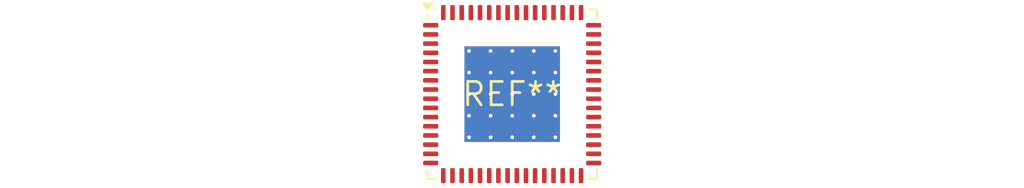
<source format=kicad_pcb>
(kicad_pcb (version 20240108) (generator pcbnew)
  (layers (0 "F.Cu" signal) (31 "B.Cu" signal) (34 "B.Paste" user) (35 "F.Paste" user) (36 "B.SilkS" user "B.Silkscreen") (37 "F.SilkS" user "F.Silkscreen") (38 "B.Mask" user) (39 "F.Mask" user) (44 "Edge.Cuts" user))
  (net 0 "")
  (footprint "QFN-64-1EP_9x9mm_P0.5mm_EP5.2x5.2mm_ThermalVias" (layer "F.Cu") (at 0 0)
    (property "Reference" "REF**")
    (property "Value" "QFN-64-1EP_9x9mm_P0.5mm_EP5.2x5.2mm_ThermalVias")
    (fp_line (start -4.61 -4.135) (end -4.61 -4.37) (layer "F.SilkS") (stroke (width 0.12)))
    (fp_line (start -4.61 4.61) (end -4.61 4.135) (layer "F.SilkS") (stroke (width 0.12)))
    (fp_line (start -4.135 -4.61) (end -4.31 -4.61) (layer "F.SilkS") (stroke (width 0.12)))
    (fp_line (start -4.135 4.61) (end -4.61 4.61) (layer "F.SilkS") (stroke (width 0.12)))
    (fp_line (start 4.135 -4.61) (end 4.61 -4.61) (layer "F.SilkS") (stroke (width 0.12)))
    (fp_line (start 4.135 4.61) (end 4.61 4.61) (layer "F.SilkS") (stroke (width 0.12)))
    (fp_line (start 4.61 -4.61) (end 4.61 -4.135) (layer "F.SilkS") (stroke (width 0.12)))
    (fp_line (start 4.61 4.61) (end 4.61 4.135) (layer "F.SilkS") (stroke (width 0.12)))
    (fp_poly (pts (xy -4.61 -4.61) (xy -4.85 -4.94) (xy -4.37 -4.94) (xy -4.61 -4.61)) (layer "F.SilkS") (stroke (width 0.12)) (fill solid))
    (pad "1" smd roundrect (at -4.4375 -3.75) (size 0.825 0.25) (layers "F.Cu" "F.Paste" "F.Mask"))
    (pad "2" smd roundrect (at -4.4375 -3.25) (size 0.825 0.25) (layers "F.Cu" "F.Paste" "F.Mask"))
    (pad "3" smd roundrect (at -4.4375 -2.75) (size 0.825 0.25) (layers "F.Cu" "F.Paste" "F.Mask"))
    (pad "4" smd roundrect (at -4.4375 -2.25) (size 0.825 0.25) (layers "F.Cu" "F.Paste" "F.Mask"))
    (pad "5" smd roundrect (at -4.4375 -1.75) (size 0.825 0.25) (layers "F.Cu" "F.Paste" "F.Mask"))
    (pad "6" smd roundrect (at -4.4375 -1.25) (size 0.825 0.25) (layers "F.Cu" "F.Paste" "F.Mask"))
    (pad "7" smd roundrect (at -4.4375 -0.75) (size 0.825 0.25) (layers "F.Cu" "F.Paste" "F.Mask"))
    (pad "8" smd roundrect (at -4.4375 -0.25) (size 0.825 0.25) (layers "F.Cu" "F.Paste" "F.Mask"))
    (pad "9" smd roundrect (at -4.4375 0.25) (size 0.825 0.25) (layers "F.Cu" "F.Paste" "F.Mask"))
    (pad "10" smd roundrect (at -4.4375 0.75) (size 0.825 0.25) (layers "F.Cu" "F.Paste" "F.Mask"))
    (pad "11" smd roundrect (at -4.4375 1.25) (size 0.825 0.25) (layers "F.Cu" "F.Paste" "F.Mask"))
    (pad "12" smd roundrect (at -4.4375 1.75) (size 0.825 0.25) (layers "F.Cu" "F.Paste" "F.Mask"))
    (pad "13" smd roundrect (at -4.4375 2.25) (size 0.825 0.25) (layers "F.Cu" "F.Paste" "F.Mask"))
    (pad "14" smd roundrect (at -4.4375 2.75) (size 0.825 0.25) (layers "F.Cu" "F.Paste" "F.Mask"))
    (pad "15" smd roundrect (at -4.4375 3.25) (size 0.825 0.25) (layers "F.Cu" "F.Paste" "F.Mask"))
    (pad "16" smd roundrect (at -4.4375 3.75) (size 0.825 0.25) (layers "F.Cu" "F.Paste" "F.Mask"))
    (pad "17" smd roundrect (at -3.75 4.4375) (size 0.25 0.825) (layers "F.Cu" "F.Paste" "F.Mask"))
    (pad "18" smd roundrect (at -3.25 4.4375) (size 0.25 0.825) (layers "F.Cu" "F.Paste" "F.Mask"))
    (pad "19" smd roundrect (at -2.75 4.4375) (size 0.25 0.825) (layers "F.Cu" "F.Paste" "F.Mask"))
    (pad "20" smd roundrect (at -2.25 4.4375) (size 0.25 0.825) (layers "F.Cu" "F.Paste" "F.Mask"))
    (pad "21" smd roundrect (at -1.75 4.4375) (size 0.25 0.825) (layers "F.Cu" "F.Paste" "F.Mask"))
    (pad "22" smd roundrect (at -1.25 4.4375) (size 0.25 0.825) (layers "F.Cu" "F.Paste" "F.Mask"))
    (pad "23" smd roundrect (at -0.75 4.4375) (size 0.25 0.825) (layers "F.Cu" "F.Paste" "F.Mask"))
    (pad "24" smd roundrect (at -0.25 4.4375) (size 0.25 0.825) (layers "F.Cu" "F.Paste" "F.Mask"))
    (pad "25" smd roundrect (at 0.25 4.4375) (size 0.25 0.825) (layers "F.Cu" "F.Paste" "F.Mask"))
    (pad "26" smd roundrect (at 0.75 4.4375) (size 0.25 0.825) (layers "F.Cu" "F.Paste" "F.Mask"))
    (pad "27" smd roundrect (at 1.25 4.4375) (size 0.25 0.825) (layers "F.Cu" "F.Paste" "F.Mask"))
    (pad "28" smd roundrect (at 1.75 4.4375) (size 0.25 0.825) (layers "F.Cu" "F.Paste" "F.Mask"))
    (pad "29" smd roundrect (at 2.25 4.4375) (size 0.25 0.825) (layers "F.Cu" "F.Paste" "F.Mask"))
    (pad "30" smd roundrect (at 2.75 4.4375) (size 0.25 0.825) (layers "F.Cu" "F.Paste" "F.Mask"))
    (pad "31" smd roundrect (at 3.25 4.4375) (size 0.25 0.825) (layers "F.Cu" "F.Paste" "F.Mask"))
    (pad "32" smd roundrect (at 3.75 4.4375) (size 0.25 0.825) (layers "F.Cu" "F.Paste" "F.Mask"))
    (pad "33" smd roundrect (at 4.4375 3.75) (size 0.825 0.25) (layers "F.Cu" "F.Paste" "F.Mask"))
    (pad "34" smd roundrect (at 4.4375 3.25) (size 0.825 0.25) (layers "F.Cu" "F.Paste" "F.Mask"))
    (pad "35" smd roundrect (at 4.4375 2.75) (size 0.825 0.25) (layers "F.Cu" "F.Paste" "F.Mask"))
    (pad "36" smd roundrect (at 4.4375 2.25) (size 0.825 0.25) (layers "F.Cu" "F.Paste" "F.Mask"))
    (pad "37" smd roundrect (at 4.4375 1.75) (size 0.825 0.25) (layers "F.Cu" "F.Paste" "F.Mask"))
    (pad "38" smd roundrect (at 4.4375 1.25) (size 0.825 0.25) (layers "F.Cu" "F.Paste" "F.Mask"))
    (pad "39" smd roundrect (at 4.4375 0.75) (size 0.825 0.25) (layers "F.Cu" "F.Paste" "F.Mask"))
    (pad "40" smd roundrect (at 4.4375 0.25) (size 0.825 0.25) (layers "F.Cu" "F.Paste" "F.Mask"))
    (pad "41" smd roundrect (at 4.4375 -0.25) (size 0.825 0.25) (layers "F.Cu" "F.Paste" "F.Mask"))
    (pad "42" smd roundrect (at 4.4375 -0.75) (size 0.825 0.25) (layers "F.Cu" "F.Paste" "F.Mask"))
    (pad "43" smd roundrect (at 4.4375 -1.25) (size 0.825 0.25) (layers "F.Cu" "F.Paste" "F.Mask"))
    (pad "44" smd roundrect (at 4.4375 -1.75) (size 0.825 0.25) (layers "F.Cu" "F.Paste" "F.Mask"))
    (pad "45" smd roundrect (at 4.4375 -2.25) (size 0.825 0.25) (layers "F.Cu" "F.Paste" "F.Mask"))
    (pad "46" smd roundrect (at 4.4375 -2.75) (size 0.825 0.25) (layers "F.Cu" "F.Paste" "F.Mask"))
    (pad "47" smd roundrect (at 4.4375 -3.25) (size 0.825 0.25) (layers "F.Cu" "F.Paste" "F.Mask"))
    (pad "48" smd roundrect (at 4.4375 -3.75) (size 0.825 0.25) (layers "F.Cu" "F.Paste" "F.Mask"))
    (pad "49" smd roundrect (at 3.75 -4.4375) (size 0.25 0.825) (layers "F.Cu" "F.Paste" "F.Mask"))
    (pad "50" smd roundrect (at 3.25 -4.4375) (size 0.25 0.825) (layers "F.Cu" "F.Paste" "F.Mask"))
    (pad "51" smd roundrect (at 2.75 -4.4375) (size 0.25 0.825) (layers "F.Cu" "F.Paste" "F.Mask"))
    (pad "52" smd roundrect (at 2.25 -4.4375) (size 0.25 0.825) (layers "F.Cu" "F.Paste" "F.Mask"))
    (pad "53" smd roundrect (at 1.75 -4.4375) (size 0.25 0.825) (layers "F.Cu" "F.Paste" "F.Mask"))
    (pad "54" smd roundrect (at 1.25 -4.4375) (size 0.25 0.825) (layers "F.Cu" "F.Paste" "F.Mask"))
    (pad "55" smd roundrect (at 0.75 -4.4375) (size 0.25 0.825) (layers "F.Cu" "F.Paste" "F.Mask"))
    (pad "56" smd roundrect (at 0.25 -4.4375) (size 0.25 0.825) (layers "F.Cu" "F.Paste" "F.Mask"))
    (pad "57" smd roundrect (at -0.25 -4.4375) (size 0.25 0.825) (layers "F.Cu" "F.Paste" "F.Mask"))
    (pad "58" smd roundrect (at -0.75 -4.4375) (size 0.25 0.825) (layers "F.Cu" "F.Paste" "F.Mask"))
    (pad "59" smd roundrect (at -1.25 -4.4375) (size 0.25 0.825) (layers "F.Cu" "F.Paste" "F.Mask"))
    (pad "60" smd roundrect (at -1.75 -4.4375) (size 0.25 0.825) (layers "F.Cu" "F.Paste" "F.Mask"))
    (pad "61" smd roundrect (at -2.25 -4.4375) (size 0.25 0.825) (layers "F.Cu" "F.Paste" "F.Mask"))
    (pad "62" smd roundrect (at -2.75 -4.4375) (size 0.25 0.825) (layers "F.Cu" "F.Paste" "F.Mask"))
    (pad "63" smd roundrect (at -3.25 -4.4375) (size 0.25 0.825) (layers "F.Cu" "F.Paste" "F.Mask"))
    (pad "64" smd roundrect (at -3.75 -4.4375) (size 0.25 0.825) (layers "F.Cu" "F.Paste" "F.Mask"))
    (pad "65" thru_hole circle (at -2.35 -2.35) (size 0.5 0.5) (drill 0.2) (property pad_prop_heatsink) (layers *.Cu) (remove_unused_layers))
    (pad "65" thru_hole circle (at -2.35 -1.175) (size 0.5 0.5) (drill 0.2) (property pad_prop_heatsink) (layers *.Cu) (remove_unused_layers))
    (pad "65" thru_hole circle (at -2.35 0) (size 0.5 0.5) (drill 0.2) (property pad_prop_heatsink) (layers *.Cu) (remove_unused_layers))
    (pad "65" thru_hole circle (at -2.35 1.175) (size 0.5 0.5) (drill 0.2) (property pad_prop_heatsink) (layers *.Cu) (remove_unused_layers))
    (pad "65" thru_hole circle (at -2.35 2.35) (size 0.5 0.5) (drill 0.2) (property pad_prop_heatsink) (layers *.Cu) (remove_unused_layers))
    (pad "65" thru_hole circle (at -1.175 -2.35) (size 0.5 0.5) (drill 0.2) (property pad_prop_heatsink) (layers *.Cu) (remove_unused_layers))
    (pad "65" thru_hole circle (at -1.175 -1.175) (size 0.5 0.5) (drill 0.2) (property pad_prop_heatsink) (layers *.Cu) (remove_unused_layers))
    (pad "65" thru_hole circle (at -1.175 0) (size 0.5 0.5) (drill 0.2) (property pad_prop_heatsink) (layers *.Cu) (remove_unused_layers))
    (pad "65" thru_hole circle (at -1.175 1.175) (size 0.5 0.5) (drill 0.2) (property pad_prop_heatsink) (layers *.Cu) (remove_unused_layers))
    (pad "65" thru_hole circle (at -1.175 2.35) (size 0.5 0.5) (drill 0.2) (property pad_prop_heatsink) (layers *.Cu) (remove_unused_layers))
    (pad "65" thru_hole circle (at 0 -2.35) (size 0.5 0.5) (drill 0.2) (property pad_prop_heatsink) (layers *.Cu) (remove_unused_layers))
    (pad "65" thru_hole circle (at 0 -1.175) (size 0.5 0.5) (drill 0.2) (property pad_prop_heatsink) (layers *.Cu) (remove_unused_layers))
    (pad "65" thru_hole circle (at 0 0) (size 0.5 0.5) (drill 0.2) (property pad_prop_heatsink) (layers *.Cu) (remove_unused_layers))
    (pad "65" smd rect (at 0 0) (size 5.2 5.2) (property pad_prop_heatsink) (layers "F.Cu" "F.Mask"))
    (pad "65" smd rect (at 0 0) (size 5.2 5.2) (property pad_prop_heatsink) (layers "B.Cu"))
    (pad "65" thru_hole circle (at 0 1.175) (size 0.5 0.5) (drill 0.2) (property pad_prop_heatsink) (layers *.Cu) (remove_unused_layers))
    (pad "65" thru_hole circle (at 0 2.35) (size 0.5 0.5) (drill 0.2) (property pad_prop_heatsink) (layers *.Cu) (remove_unused_layers))
    (pad "65" thru_hole circle (at 1.175 -2.35) (size 0.5 0.5) (drill 0.2) (property pad_prop_heatsink) (layers *.Cu) (remove_unused_layers))
    (pad "65" thru_hole circle (at 1.175 -1.175) (size 0.5 0.5) (drill 0.2) (property pad_prop_heatsink) (layers *.Cu) (remove_unused_layers))
    (pad "65" thru_hole circle (at 1.175 0) (size 0.5 0.5) (drill 0.2) (property pad_prop_heatsink) (layers *.Cu) (remove_unused_layers))
    (pad "65" thru_hole circle (at 1.175 1.175) (size 0.5 0.5) (drill 0.2) (property pad_prop_heatsink) (layers *.Cu) (remove_unused_layers))
    (pad "65" thru_hole circle (at 1.175 2.35) (size 0.5 0.5) (drill 0.2) (property pad_prop_heatsink) (layers *.Cu) (remove_unused_layers))
    (pad "65" thru_hole circle (at 2.35 -2.35) (size 0.5 0.5) (drill 0.2) (property pad_prop_heatsink) (layers *.Cu) (remove_unused_layers))
    (pad "65" thru_hole circle (at 2.35 -1.175) (size 0.5 0.5) (drill 0.2) (property pad_prop_heatsink) (layers *.Cu) (remove_unused_layers))
    (pad "65" thru_hole circle (at 2.35 0) (size 0.5 0.5) (drill 0.2) (property pad_prop_heatsink) (layers *.Cu) (remove_unused_layers))
    (pad "65" thru_hole circle (at 2.35 1.175) (size 0.5 0.5) (drill 0.2) (property pad_prop_heatsink) (layers *.Cu) (remove_unused_layers))
    (pad "65" thru_hole circle (at 2.35 2.35) (size 0.5 0.5) (drill 0.2) (property pad_prop_heatsink) (layers *.Cu) (remove_unused_layers))
  )
)
</source>
